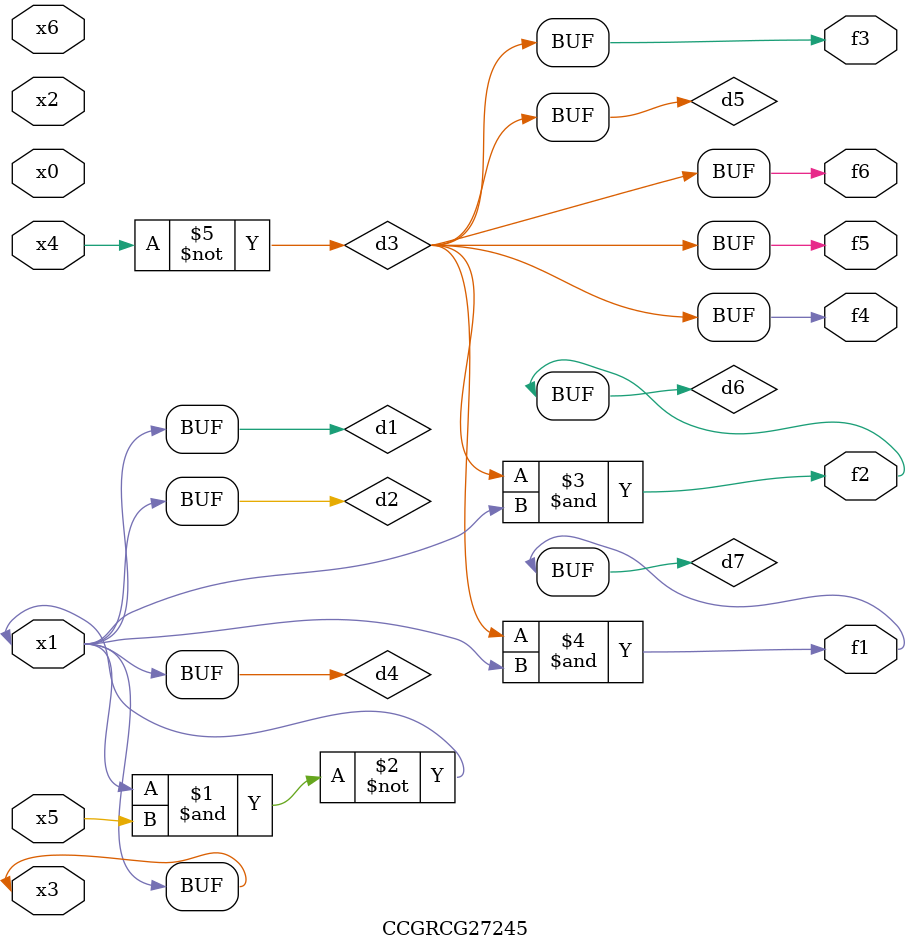
<source format=v>
module CCGRCG27245(
	input x0, x1, x2, x3, x4, x5, x6,
	output f1, f2, f3, f4, f5, f6
);

	wire d1, d2, d3, d4, d5, d6, d7;

	buf (d1, x1, x3);
	nand (d2, x1, x5);
	not (d3, x4);
	buf (d4, d1, d2);
	buf (d5, d3);
	and (d6, d3, d4);
	and (d7, d3, d4);
	assign f1 = d7;
	assign f2 = d6;
	assign f3 = d5;
	assign f4 = d5;
	assign f5 = d5;
	assign f6 = d5;
endmodule

</source>
